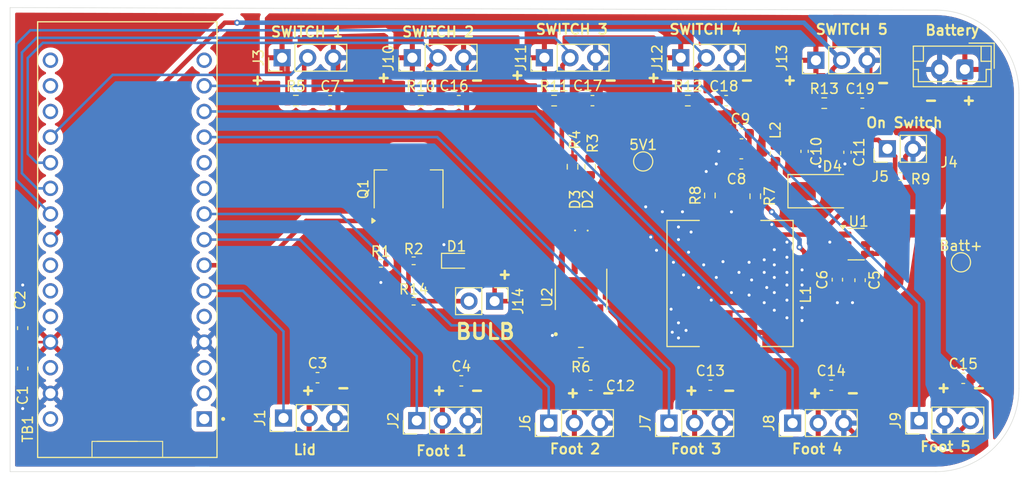
<source format=kicad_pcb>
(kicad_pcb (version 20240108) (generator "pcbnew") (generator_version "8.0")
  (layers (0 "F.Cu" signal) (31 "B.Cu" signal) (34 "B.Paste" user) (35 "F.Paste" user) (36 "B.SilkS" user "B.Silkscreen") (37 "F.SilkS" user "F.Silkscreen") (38 "B.Mask" user) (39 "F.Mask" user) (44 "Edge.Cuts" user))
  (net 0 "")
  (net 1 "+5V")
  (net 2 "/Batt+")
  (net 3 "GND")
  (net 4 "Toggle Switch 1")
  (net 5 "Net-(D4-K)")
  (net 6 "Net-(J5-Pin_1)")
  (net 7 "Toggle Switch 2")
  (net 8 "Toggle Switch 3")
  (net 9 "Toggle Switch 4")
  (net 10 "Toggle Switch 5")
  (net 11 "Net-(D1-K)")
  (net 12 "Net-(D2-K)")
  (net 13 "Net-(D2-A)")
  (net 14 "Net-(D3-A)")
  (net 15 "Net-(D3-K)")
  (net 16 "Net-(D4-A)")
  (net 17 "PWM Lid")
  (net 18 "PWM Foot 1")
  (net 19 "PWM Foot 2")
  (net 20 "PWM Foot 3")
  (net 21 "PWM Foot 4")
  (net 22 "PWM Foot 5")
  (net 23 "Net-(J14-Pin_2)")
  (net 24 "Net-(Q1-C)")
  (net 25 "Status LED")
  (net 26 "Net-(U2-PROG)")
  (net 27 "Net-(U1-FB)")
  (footprint "Connector_PinHeader_2.54mm:PinHeader_1x03_P2.54mm_Vertical" (layer "F.Cu") (at 152.21 55.725 90)
    (property "Reference" "J11")
    (property "Value" "S3")
  )
  (footprint "Resistor_SMD:R_0603_1608Metric" (layer "F.Cu") (at 168.6125 69.375 90)
    (property "Reference" "R8")
    (property "Value" "1K")
  )
  (footprint "Capacitor_SMD:C_0603_1608Metric" (layer "F.Cu") (at 100.5 86.525 -90)
    (property "Reference" "C1")
    (property "Value" "10U")
  )
  (footprint "Connector_PinHeader_2.54mm:PinHeader_1x03_P2.54mm_Vertical" (layer "F.Cu") (at 164.560702 91.935837 90)
    (property "Reference" "J7")
    (property "Value" "Foot 3")
  )
  (footprint "Connector_PinHeader_2.54mm:PinHeader_1x03_P2.54mm_Vertical" (layer "F.Cu") (at 139.560702 91.685837 90)
    (property "Reference" "J2")
    (property "Value" "Foot 1")
  )
  (footprint "Connector_PinHeader_2.54mm:PinHeader_1x03_P2.54mm_Vertical" (layer "F.Cu") (at 139.12 55.725 90)
    (property "Reference" "J10")
    (property "Value" "S2")
  )
  (footprint "Capacitor_SMD:C_0603_1608Metric" (layer "F.Cu") (at 156.975 59.975)
    (property "Reference" "C17")
    (property "Value" "1n")
  )
  (footprint "Connector_PinHeader_2.54mm:PinHeader_1x02_P2.54mm_Vertical" (layer "F.Cu") (at 186.21 64.75 90)
    (property "Reference" "J5")
    (property "Value" "5V Switch")
  )
  (footprint "Resistor_SMD:R_0603_1608Metric" (layer "F.Cu") (at 156.75 66.53 -90)
    (property "Reference" "R3")
    (property "Value" "4.7K")
  )
  (footprint "Connector_JST:JST_EH_B2B-EH-A_1x02_P2.50mm_Vertical" (layer "F.Cu") (at 193.887123 56.883099 180)
    (property "Reference" "J4")
    (property "Value" "Battery")
  )
  (footprint "Capacitor_SMD:C_0603_1608Metric" (layer "F.Cu") (at 129.725 87.435837)
    (property "Reference" "C3")
    (property "Value" "10u")
  )
  (footprint "Resistor_SMD:R_0603_1608Metric" (layer "F.Cu") (at 127.575 59.975)
    (property "Reference" "R5")
    (property "Value" "10K")
  )
  (footprint "Capacitor_SMD:C_0603_1608Metric" (layer "F.Cu") (at 181.25 77.725 -90)
    (property "Reference" "C6")
    (property "Value" "22U")
  )
  (footprint "Connector_PinHeader_2.54mm:PinHeader_1x03_P2.54mm_Vertical" (layer "F.Cu") (at 176.810702 91.935837 90)
    (property "Reference" "J8")
    (property "Value" "Foot 4")
  )
  (footprint "Resistor_SMD:R_0603_1608Metric" (layer "F.Cu") (at 155.825 84.955 180)
    (property "Reference" "R6")
    (property "Value" "1.2K")
  )
  (footprint "Resistor_SMD:R_0603_1608Metric" (layer "F.Cu") (at 155 66.53 -90)
    (property "Reference" "R4")
    (property "Value" "4.7K")
  )
  (footprint "Resistor_SMD:R_0603_1608Metric" (layer "F.Cu") (at 166.425 59.975)
    (property "Reference" "R12")
    (property "Value" "10K")
  )
  (footprint "Arduino Nano:MODULE_ABX00028" (layer "F.Cu") (at 110.87 73.75 90)
    (property "Reference" "TB1")
    (property "Value" "ARDUINO_NANO")
  )
  (footprint "LED_SMD:LED_0402_1005Metric" (layer "F.Cu") (at 156.5 71.765 90)
    (property "Reference" "D2")
    (property "Value" "RED")
  )
  (footprint "Resistor_SMD:R_0603_1608Metric" (layer "F.Cu") (at 139.95 59.975)
    (property "Reference" "R10")
    (property "Value" "10K")
  )
  (footprint "Capacitor_SMD:C_0603_1608Metric" (layer "F.Cu") (at 171.75 63.25 180)
    (property "Reference" "C9")
    (property "Value" "10n")
  )
  (footprint "Connector_PinHeader_2.54mm:PinHeader_1x03_P2.54mm_Vertical" (layer "F.Cu") (at 189.350702 91.685837 90)
    (property "Reference" "J9")
    (property "Value" "Foot 5")
  )
  (footprint "Capacitor_SMD:C_0603_1608Metric" (layer "F.Cu") (at 183.5 77.775 -90)
    (property "Reference" "C5")
    (property "Value" "100n")
  )
  (footprint "Resistor_SMD:R_0402_1005Metric" (layer "F.Cu") (at 135.99 76.1)
    (property "Reference" "R1")
    (property "Value" "10K")
  )
  (footprint "Power Inductor:INDP125125X600N" (layer "F.Cu") (at 170.6125 78.1 -90)
    (property "Reference" "L1")
    (property "Value" "SRR1260-220M")
  )
  (footprint "Capacitor_SMD:C_0603_1608Metric" (layer "F.Cu") (at 100.5 82.525 90)
    (property "Reference" "C2")
    (property "Value" "1U")
  )
  (footprint "TestPoint:TestPoint_Pad_D1.5mm" (layer "F.Cu") (at 162 66)
    (property "Reference" "5V1")
    (property "Value" "TP")
  )
  (footprint "Capacitor_SMD:C_0603_1608Metric" (layer "F.Cu") (at 170.225 59.975)
    (property "Reference" "C18")
    (property "Value" "1n")
  )
  (footprint "Connector_PinHeader_2.54mm:PinHeader_1x03_P2.54mm_Vertical" (layer "F.Cu") (at 152.640702 91.935837 90)
    (property "Reference" "J6")
    (property "Value" "Foot 2")
  )
  (footprint "Package_TO_SOT_SMD:SOT-223-3_TabPin2" (layer "F.Cu") (at 138.75 68.75 90)
    (property "Reference" "Q1")
    (property "Value" "PZT2222A")
  )
  (footprint "Connector_PinHeader_2.54mm:PinHeader_1x03_P2.54mm_Vertical" (layer "F.Cu") (at 126.21 55.725 90)
    (property "Reference" "J3")
    (property "Value" "S1")
  )
  (footprint "LED_SMD:LED_0603_1608Metric" (layer "F.Cu") (at 143.5 75.85)
    (property "Reference" "D1")
    (property "Value" "LED")
  )
  (footprint "Connector_PinHeader_2.54mm:PinHeader_1x03_P2.54mm_Vertical" (layer "F.Cu") (at 179.12 55.975 90)
    (property "Reference" "J13")
    (property "Value" "S5")
  )
  (footprint "Capacitor_SMD:C_0402_1005Metric" (layer "F.Cu") (at 178 65 -90)
    (property "Reference" "C10")
    (property "Value" "10n")
  )
  (footprint "Capacitor_SMD:C_0603_1608Metric" (layer "F.Cu") (at 193.725 87.5)
    (property "Reference" "C15")
    (property "Value" "10u")
  )
  (footprint "Capacitor_SMD:C_0603_1608Metric" (layer "F.Cu") (at 171.725 66.25 180)
    (property "Reference" "C8")
    (property "Value" "22U")
  )
  (footprint "Diode_SMD:D_SMA" (layer "F.Cu") (at 179.8625 68.95)
    (property "Reference" "D4")
    (property "Value" "SS35")
  )
  (footprint "Resistor_SMD:R_0603_1608Metric" (layer "F.Cu") (at 173.1125 69.45 -90)
    (property "Reference" "R7")
    (property "Value" "7.8K")
  )
  (footprint "Inductor_SMD:L_0603_1608Metric" (layer "F.Cu") (at 175.1125 65.2 90)
    (property "Reference" "L2")
    (property "Value" "L_Ferrite_Small")
  )
  (footprint "Capacitor_SMD:C_0603_1608Metric" (layer "F.Cu") (at 183.725 60.225)
    (property "Reference" "C19")
    (property "Value" "1n")
  )
  (footprint "Capacitor_SMD:C_0603_1608Metric" (layer "F.Cu") (at 143.725 59.975)
    (property "Reference" "C16")
    (property "Value" "1n")
  )
  (footprint "LED_SMD:LED_0402_1005Metric" (layer "F.Cu") (at 155.25 71.75 90)
    (property "Reference" "D3")
    (property "Value" "BLUE")
  )
  (footprint "Resistor_SMD:R_0603_1608Metric" (layer "F.Cu") (at 179.95 60.225)
    (property "Reference" "R13")
    (property "Value" "10K")
  )
  (footprint "Resistor_SMD:R_0402_1005Metric" (layer "F.Cu") (at 139.25 79.85)
    (property "Reference" "R14")
    (property "Value" "330")
  )
  (footprint "Resistor_SMD:R_0402_1005Metric" (layer "F.Cu") (at 187.485 67.5)
    (property "Reference" "R9")
    (property "Value" "0")
  )
  (footprint "Connector_PinHeader_2.54mm:PinHeader_1x02_P2.54mm_Vertical" (layer "F.Cu") (at 147.275 79.85 -90)
    (property "Reference" "J14")
    (property "Value" "5V Switch")
  )
  (footprint "Resistor_SMD:R_0603_1608Metric" (layer "F.Cu") (at 153.175 59.975)
    (property "Reference" "R11")
    (property "Value" "10K")
  )
  (footprint "Capacitor_SMD:C_0603_1608Metric" (layer "F.Cu") (at 130.975 59.975)
    (property "Reference" "C7")
    (property "Value" "1n")
  )
  (footprint "Capacitor_SMD:C_0603_1608Metric" (layer "F.Cu") (at 180.640702 88.185837)
    (property "Reference" "C14")
    (property "Value" "10u")
  )
  (footprint "Capacitor_SMD:C_0603_1608Metric" (layer "F.Cu") (at 168.655 88.185837)
    (property "Reference" "C13")
    (property "Value" "10u")
  )
  (footprint "Capacitor_SMD:C_0402_1005Metric" (layer "F.Cu") (at 182.25 65.095 -90)
    (property "Reference" "C11")
    (property "Value" "100n")
  )
  (footprint "Package_TO_SOT_SMD:SOT-23-6" (layer "F.Cu") (at 183.1125 74.2)
    (property "Reference" "U1")
    (property "Value" "MT3608")
  )
  (footprint "Connector_PinHeader_2.54mm:PinHeader_1x03_P2.54mm_Vertical" (layer "F.Cu") (at 126.350702 91.435837 90)
    (property "Reference" "J1")
    (property "Value" "Lid")
  )
  (footprint "Capacitor_SMD:C_0603_1608Metric" (layer "F.Cu") (at 143.975 87.75)
    (property "Reference" "C4")
    (property "Value" "10u")
  )
  (footprint "TP4056:SOP127P600X175-9N" (layer "F.Cu") (at 155.845 78.68 90)
    (property "Reference" "U2")
    (property "Value" "TP4056")
  )
  (footprint "Resistor_SMD:R_0402_1005Metric" (layer "F.Cu") (at 139.25 75.85)
    (property "Reference" "R2")
    (property "Value" "4.7K")
  )
  (footprint "Connector_PinHeader_2.54mm:PinHeader_1x03_P2.54mm_Vertical" (layer "F.Cu") (at 165.725 55.725 90)
    (property "Reference" "J12")
    (property "Value" "S4")
  )
  (footprint "TestPoint:TestPoint_Pad_D1.5mm" (layer "F.Cu") (at 193.5 76)
    (property "Reference" "Batt+")
    (property "Value" "Batt+")
  )
  (footprint "Capacitor_SMD:C_0603_1608Metric" (layer "F.Cu") (at 156.795702 88.185837)
    (property "Reference" "C12")
    (property "Value" "10u")
  )
  (gr_line (start 99.25 50.75) (end 191 51) (stroke (width 0.05)) (layer "Edge.Cuts"))
  (gr_line (start 99.25 96.75) (end 99.25 50.75) (stroke (width 0.05)) (layer "Edge.Cuts"))
  (gr_arc (start 191 51) (mid 196.833631 53.416369) (end 199.25 59.25) (stroke (width 0.05)) (layer "Edge.Cuts"))
  (gr_arc (start 199.25 88.5) (mid 196.833631 94.333631) (end 191 96.75) (stroke (width 0.05)) (layer "Edge.Cuts"))
  (gr_line (start 99.25 96.75) (end 191 96.75) (stroke (width 0.05)) (layer "Edge.Cuts"))
  (gr_line (start 199.25 59.25) (end 199.25 88.5) (stroke (width 0.05)) (layer "Edge.Cuts"))
  (gr_text "-" (at 144.75 58.5 0) (layer "F.SilkS") (effects (font (size 1 1) (thickness 0.25) (bold yes)) (justify left bottom)))
  (gr_text "-" (at 157.75 89.5 0) (layer "F.SilkS") (effects (font (size 1 1) (thickness 0.25) (bold yes)) (justify left bottom)))
  (gr_text "-" (at 132 58.5 0) (layer "F.SilkS") (effects (font (size 1 1) (thickness 0.25) (bold yes)) (justify left bottom)))
  (gr_text "-" (at 189.75 60.5 0) (layer "F.SilkS") (effects (font (size 1 1) (thickness 0.25) (bold yes)) (justify left bottom)))
  (gr_text "SWITCH 5" (at 179 53.5 0) (layer "F.SilkS") (effects (font (size 1 1) (thickness 0.2) (bold yes)) (justify left bottom)))
  (gr_text "+" (at 166 89.25 0) (layer "F.SilkS") (effects (font (size 1 1) (thickness 0.25) (bold yes)) (justify left bottom)))
  (gr_text "-" (at 158 58.5 0) (layer "F.SilkS") (effects (font (size 1 1) (thickness 0.25) (bold yes)) (justify left bottom)))
  (gr_text "+" (at 193.5 60.5 0) (layer "F.SilkS") (effects (font (size 1 1) (thickness 0.25) (bold yes)) (justify left bottom)))
  (gr_text "BULB" (at 143.25 83.75 0) (layer "F.SilkS") (effects (font (size 1.5 1.5) (thickness 0.3) (bold yes)) (justify left bottom)))
  (gr_text "-" (at 194.5 89 0) (layer "F.SilkS") (effects (font (size 1 1) (thickness 0.25) (bold yes)) (justify left bottom)))
  (gr_text "On Switch" (at 184 62.75 0) (layer "F.SilkS") (effects (font (size 1 1) (thickness 0.2) (bold yes)) (justify left bottom)))
  (gr_text "-" (at 131.5 89 0) (layer "F.SilkS") (effects (font (size 1 1) (thickness 0.25) (bold yes)) (justify left bottom)))
  (gr_text "+" (at 162.25 58.25 0) (layer "F.SilkS") (effects (font (size 1 1) (thickness 0.25) (bold yes)) (justify left bottom)))
  (gr_text "+" (at 128 89.25 0) (layer "F.SilkS") (effects (font (size 1 1) (thickness 0.25) (bold yes)) (justify left bottom)))
  (gr_text "SWITCH 2" (at 138 53.75 0) (layer "F.SilkS") (effects (font (size 1 1) (thickness 0.2) (bold yes)) (justify left bottom)))
  (gr_text "SWITCH 1" (at 125 53.75 0) (layer "F.SilkS") (effects (font (size 1 1) (thickness 0.2) (bold yes)) (justify left bottom)))
  (gr_text "SWITCH 3" (at 151.25 53.5 0) (layer "F.SilkS") (effects (font (size 1 1) (thickness 0.2) (bold yes)) (justify left bottom)))
  (gr_text "+" (at 191 89 0) (layer "F.SilkS") (effects (font (size 1 1) (thickness 0.25) (bold yes)) (justify left bottom)))
  (gr_text "+" (at 123 58.5 0) (layer "F.SilkS") (effects (font (size 1 1) (thickness 0.25) (bold yes)) (justify left bottom)))
  (gr_text "-" (at 171.5 58.5 0) (layer "F.SilkS") (effects (font (size 1 1) (thickness 0.25) (bold yes)) (justify left bottom)))
  (gr_text "+" (at 154.25 89.5 0) (layer "F.SilkS") (effects (font (size 1 1) (thickness 0.25) (bold yes)) (justify left bottom)))
  (gr_text "+" (at 147.5 77.75 0) (layer "F.SilkS") (effects (font (size 1 1) (thickness 0.25) (bold yes)) (justify left bottom)))
  (gr_text "+" (at 178.25 89.5 0) (layer "F.SilkS") (effects (font (size 1 1) (thickness 0.25) (bold yes)) (justify left bottom)))
  (gr_text "+" (at 148.75 58 0) (layer "F.SilkS") (effects (font (size 1 1) (thickness 0.25) (bold yes)) (justify left bottom)))
  (gr_text "-" (at 144.75 89.25 0) (layer "F.SilkS") (effects (font (size 1 1) (thickness 0.25) (bold yes)) (justify left bottom)))
  (gr_text "-" (at 169.75 89.25 0) (layer "F.SilkS") (effects (font (size 1 1) (thickness 0.25) (bold yes)) (justify left bottom)))
  (gr_text "-" (at 185 58.75 0) (layer "F.SilkS") (effects (font (size 1 1) (thickness 0.25) (bold yes)) (justify left bottom)))
  (gr_text "SWITCH 4\n" (at 164.5 53.5 0) (layer "F.SilkS") (effects (font (size 1 1) (thickness 0.2) (bold yes)) (justify left bottom)))
  (gr_text "+" (at 141 89.25 0) (layer "F.SilkS") (effects (font (size 1 1) (thickness 0.25) (bold yes)) (justify left bottom)))
  (gr_text "-" (at 182 89.5 0) (layer "F.SilkS") (effects (font (size 1 1) (thickness 0.25) (bold yes)) (justify left bottom)))
  (gr_text "+" (at 175.75 58.5 0) (layer "F.SilkS") (effects (font (size 1 1) (thickness 0.25) (bold yes)) (justify left bottom)))
  (gr_text "+" (at 135.5 58.25 0) (layer "F.SilkS") (effects (font (size 1 1) (thickness 0.25) (bold yes)) (justify left bottom)))
  (segment (start 129.225702 91.100837) (end 128.890702 91.435837) (width 0.25) (layer "F.Cu") (net 1))
  (segment (start 126.75 59.975) (end 126.75 56.265) (width 0.45) (layer "F.Cu") (net 1))
  (segment (start 150.8225 79.3225) (end 153.94 76.205) (width 0.45) (layer "F.Cu") (net 1))
  (segment (start 156.75 65.705) (end 156.75 64.5) (width 0.25) (layer "F.Cu") (net 1))
  (segment (start 155 65.705) (end 155 63.25) (width 0.25) (layer "F.Cu") (net 1))
  (segment (start 167.100702 91.935837) (end 167.100702 88.965135) (width 0.25) (layer "F.Cu") (net 1))
  (segment (start 179.350702 91.935837) (end 179.350702 88.700837) (width 0.25) (layer "F.Cu") (net 1))
  (segment (start 100.5 85.75) (end 100.5 85) (width 0.25) (layer "F.Cu") (net 1))
  (segment (start 101.5 84) (end 101.59 83.91) (width 0.25) (layer "F.Cu") (net 1))
  (segment (start 191.890702 88.559298) (end 192.95 87.5) (width 0.25) (layer "F.Cu") (net 1))
  (segment (start 156 63.75) (end 159.75 63.75) (width 0.45) (layer "F.Cu") (net 1))
  (segment (start 139.125 55.73) (end 139.12 55.725) (width 0.45) (layer "F.Cu") (net 1))
  (segment (start 147.275 79.85) (end 150.295 79.85) (width 0.45) (layer "F.Cu") (net 1))
  (segment (start 150.8225 83.5725) (end 154 86.75) (width 0.45) (layer "F.Cu") (net 1))
  (segment (start 139.125 59.975) (end 139.125 55.73) (width 0.45) (layer "F.Cu") (net 1))
  (segment (start 179.12 60.22) (end 179.125 60.225) (width 0.45) (layer "F.Cu") (net 1))
  (segment (start 150.295 79.85) (end 150.8225 79.3225) (width 0.45) (layer "F.Cu") (net 1))
  (segment (start 158.75 82.155) (end 157.75 81.155) (width 0.45) (layer "F.Cu") (net 1))
  (segment (start 155 63.25) (end 155.25 63) (width 0.25) (layer "F.Cu") (net 1))
  (segment (start 142.100702 88.849298) (end 143.2 87.75) (width 0.25) (layer "F.Cu") (net 1))
  (segment (start 165.6 59.975) (end 165.6 55.85) (width 0.45) (layer "F.Cu") (net 1))
  (segment (start 155.221176 91.935837) (end 155.180702 91.935837) (width 0.45) (layer "F.Cu") (net 1))
  (segment (start 187.995 65.505) (end 187.995 67.5) (width 0.45) (layer "F.Cu") (net 1))
  (segment (start 101.59 83.91) (end 103.25 83.91) (width 0.25) (layer "F.Cu") (net 1))
  (segment (start 155.25 63) (end 156 63.75) (width 0.45) (layer "F.Cu") (net 1))
  (segment (start 155.180702 91.935837) (end 155.180702 89.025837) (width 0.25) (layer "F.Cu") (net 1))
  (segment (start 191.890702 91.685837) (end 191.890702 88.559298) (width 0.25) (layer "F.Cu") (net 1))
  (segment (start 152.6 60.35) (end 155.25 63) (width 0.45) (layer "F.Cu") (net 1))
  (segment (start 145.85 75.85) (end 147.275 77.275) (width 0.45) (layer "F.Cu") (net 1))
  (segment (start 101.2 84) (end 101.5 84) (width 0.25) (layer "F.Cu") (net 1))
  (segment (start 155.180702 89.025837) (end 156.020702 88.185837) (width 0.25) (layer "F.Cu") (net 1))
  (segment (start 159.75 63.75) (end 162 66) (width 0.45) (layer "F.Cu") (net 1))
  (segment (start 153.94 76.205) (end 153.94 61.69) (width 0.45) (layer "F.Cu") (net 1))
  (segment (start 156.75 64.5) (end 155.25 63) (width 0.25) (layer "F.Cu") (net 1))
  (segment (start 154 86.75) (end 157.75 86.75) (width 0.45) (layer "F.Cu") (net 1))
  (segment (start 100.5 83.3) (end 101.2 84) (width 0.25) (layer "F.Cu") (net 1))
  (segment (start 150.8225 79.3225) (end 150.8225 83.5725) (width 0.45) (layer "F.Cu") (net 1))
  (segment (start 144.2875 75.85) (end 145.85 75.85) (width 0.45) (layer "F.Cu") (net 1))
  (segment (start 179.12 55.975) (end 179.12 60.22) (width 0.45) (layer "F.Cu") (net 1))
  (segment (start 147.275 77.275) (end 147.275 79.85) (width 0.45) (layer "F.Cu") (net 1))
  (segment (start 128.890702 87.495135) (end 128.95 87.435837) (width 0.25) (layer "F.Cu") (net 1))
  (segment (start 128.890702 91.435837) (end 128.890702 87.495135) (width 0.25) (layer "F.Cu") (net 1))
  (segment (start 165.6 55.85) (end 165.725 55.725) (width 0.45) (layer "F.Cu") (net 1))
  (segment (start 100.5 85) (end 101.5 84) (width 0.25) (layer "F.Cu") (net 1))
  (segment (start 142.100702 91.685837) (end 142.100702 88.849298) (width 0.25) (layer "F.Cu") (net 1))
  (segment (start 152.21 55.725) (end 152.21 59.835) (width 0.45) (layer "F.Cu") (net 1))
  (segment (start 157.75 86.75) (end 158.75 85.75) (width 0.45) (layer "F.Cu") (net 1))
  (segment (start 179.350702 88.700837) (end 179.865702 88.185837) (width 0.25) (layer "F.Cu") (net 1))
  (segment (start 152.21 59.835) (end 152.35 59.975) (width 0.45) (layer "F.Cu") (net 1))
  (segment (start 153.94 61.69) (end 152.6 60.35) (width 0.45) (layer "F.Cu") (net 1))
  (segment (start 167.100702 88.965135) (end 167.88 88.185837) (width 0.25) (layer "F.Cu") (net 1))
  (segment (start 188.75 64.75) (end 187.995 65.505) (width 0.45) (layer "F.Cu") (net 1))
  (segment (start 158.75 85.75) (end 158.75 82.155) (width 0.45) (layer "F.Cu") (net 1))
  (segment (start 126.75 56.265) (end 126.21 55.725) (width 0.45) (layer "F.Cu") (net 1))
  (segment (start 193.887123 70.862877) (end 192.5 72.25) (width 0.45) (layer "F.Cu") (net 2))
  (segment (start 181.25 76.95) (end 183.45 76.95) (width 0.45) (layer "F.Cu") (net 2))
  (segment (start 193.887123 56.883099) (end 193.887123 70.862877) (width 0.45) (layer "F.Cu") (net 2))
  (segment (start 157.75 74.5) (end 158 74.25) (width 0.75) (layer "F.Cu") (net 2))
  (segment (start 192.5 72.25) (end 188.15 72.25) (width 0.45) (layer "F.Cu") (net 2))
  (segment (start 169.45 82.95) (end 170.6125 82.95) (width 0.45) (layer "F.Cu") (net 2))
  (segment (start 185.25 75.15) (end 186.75 73.65) (width 0.45) (layer "F.Cu") (net 2))
  (segment (start 188.15 72.25) (end 185.25 75.15) (width 0.45) (layer "F.Cu") (net 2))
  (segment (start 160.75 74.25) (end 169.45 82.95) (width 0.75) (layer "F.Cu") (net 2))
  (segment (start 158 74.25) (end 160.75 74.25) (width 0.75) (layer "F.Cu") (net 2))
  (segment (start 184.25 75.15) (end 185.25 75.15) (width 0.45) (layer "F.Cu") (net 2))
  (segment (start 183.45 76.95) (end 183.5 77) (width 0.45) (layer "F.Cu") (net 2))
  (segment (start 186.75 73.65) (end 186.75 77.75) (width 0.45) (layer "F.Cu") (net 2))
  (segment (start 181.25 76.93) (end 181.445 76.735) (width 0.25) (layer "F.Cu") (net 2))
  (segment (start 193.5 76) (end 192.5 75) (width 0.45) (layer "F.Cu") (net 2))
  (segment (start 157.75 76.205) (end 157.75 74.5) (width 0.75) (layer "F.Cu") (net 2))
  (segment (start 183.5 77) (end 183.5 75.9) (width 0.45) (layer "F.Cu") (net 2))
  (segment (start 184.25 74.2) (end 184.25 75.15) (width 0.45) (layer "F.Cu") (net 2))
  (segment (start 192.5 75) (end 192.5 72.25) (width 0.45) (layer "F.Cu") (net 2))
  (segment (start 186.75 77.75) (end 181.55 82.95) (width 0.45) (layer "F.Cu") (net 2))
  (segment (start 184.25 75.15) (end 183.5 75.9) (width 0.45) (layer "F.Cu") (net 2))
  (segment (start 181.55 82.95) (end 170.6125 82.95) (width 0.45) (layer "F.Cu") (net 2))
  (segment (start 157.29 55.725) (end 157.29 59.515) (width 0.45) (layer "F.Cu") (net 3))
  (segment (start 181.25 80) (end 181.25 78.275) (width 0.45) (layer "F.Cu") (net 3))
  (segment (start 180.7 74.2) (end 180.5 74) (width 0.45) (layer "F.Cu") (net 3))
  (segment (start 183.954865 94) (end 181.890702 91.935837) (width 0.45) (layer "F.Cu") (net 3))
  (segment (start 157.29 59.515) (end 157.75 59.975) (width 0.45) (layer "F.Cu") (net 3))
  (segment (start 158.006539 87.75) (end 157.570702 88.185837) (width 0.25) (layer "F.Cu") (net 3))
  (segment (start 182.25 66) (end 182 66.25) (width 0.25) (layer "F.Cu") (net 3))
  (segment (start 144.5 56.025) (end 144.2 55.725) (width 0.45) (layer "F.Cu") (net 3))
  (segment (start 170.805 55.725) (end 170.805 59.78) (width 0.45) (layer "F.Cu") (net 3))
  (segment (start 184.5 60.225) (end 184.5 56.275) (width 0.45) (layer "F.Cu") (net 3))
  (segment (start 100.5 81.5) (end 100.75 81.75) (width 0.25) (layer "F.Cu") (net 3))
  (segment (start 170.805 59.78) (end 171 59.975) (width 0.45) (layer "F.Cu") (net 3))
  (segment (start 100.5 81.75) (end 100.5 78.25) (width 0.25) (layer "F.Cu") (net 3))
  (segment (start 131.75 59.975) (end 131.75 56.185) (width 0.45) (layer "F.Cu") (net 3))
  (segment (start 194.430702 91.685837) (end 192.116539 94) (width 0.45) (layer "F.Cu") (net 3))
  (segment (start 168.6125 67.3625) (end 168.6125 68.55) (width 0.45) (layer "F.Cu") (net 3))
  (segment (start 131.75 56.185) (end 131.29 55.725) (width 0.45) (layer "F.Cu") (net 3))
  (segment (start 156.65 84.955) (end 156.65 81.325) (width 0.25) (layer "F.Cu") (net 3))
  (segment (start 178.5 66.5) (end 178 66) (width 0.25) (layer "F.Cu") (net 3))
  (segment (start 170.95 66.25) (end 169.25 66.25) (width 0.45) (layer "F.Cu") (net 3))
  (segment (start 136 78) (end 135.48 77.48) (width 0.25) (layer "F.Cu") (net 3))
  (segment (start 135.48 77.48) (end 135.48 76.1) (width 0.25) (layer "F.Cu") (net 3))
  (segment (start 156.65 81.325) (end 156.48 81.155) (width 0.25) (layer "F.Cu") (net 3))
  (segment (start 159.75 87.75) (end 158.006539 87.75) (width 0.25) (layer "F.Cu") (net 3))
  (segment (start 181.975 74.2) (end 180.7 74.2) (width 0.45) (layer "F.Cu") (net 3))
  (segment (start 144.5 59.975) (end 144.5 56.025) (width 0.45) (layer "F.Cu") (net 3))
  (segment (start 178 66) (end 178 65.48) (width 0.25) (layer "F.Cu") (net 3))
  (segment (start 153.94 81.155) (end 153.94 82.31) (width 0.45) (layer "F.Cu") (net 3))
  (segment (start 141.05 71.9) (end 141.05 73.05) (width 0.45) (layer "F.Cu") (net 3))
  (segment (start 153.94 82.31) (end 153 83.25) (width 0.45) (layer "F.Cu") (net 3))
  (segment (start 141.05 73.05) (end 142.25 74.25) (width 0.45) (layer "F.Cu") (net 3))
  (segment (start 184.5 56.275) (end 184.2 55.975) (width 0.45) (layer "F.Cu") (net 3))
  (segment (start 182.75 79.3) (end 183.5 78.55) (width 0.45) (layer "F.Cu") (net 3))
  (segment (start 182.25 65.415) (end 182.25 66) (width 0.25) (layer "F.Cu") (net 3))
  (segment (start 168.25 67) (end 168.6125 67.3625) (width 0.45) (layer "F.Cu") (net 3))
  (segment (start 192.116539 94) (end 183.954865 94) (width 0.45) (layer "F.Cu") (net 3))
  (segment (start 170.975 63.525) (end 169.5 65) (width 0.45) (layer "F.Cu") (net 3))
  (segment (start 100.5 90.5) (end 100.5 87.3) (width 0.25) (layer "F.Cu") (net 3))
  (segment (start 183.5 78.25) (end 183.5 78.75) (width 0.25) (layer "F.Cu") (net 3))
  (segment (start 179.5 66.5) (end 178.5 66.5) (width 0.25) (layer "F.Cu") (net 3))
  (segment (start 170.975 63.25) (end 170.975 63.525) (width 0.45) (layer "F.Cu") (net 3))
  (segment (start 182.75 80) (end 182.75 79.3) (width 0.45) (layer "F.Cu") (net 3))
  (via (at 171.5 77) (size 0.6) (drill 0.3) (layers "F.Cu" "B.Cu") (net 3))
  (via (at 164.76822 80.646279) (size 0.6) (drill 0.3) (layers "F.Cu" "B.Cu") (net 3))
  (via (at 174 77) (size 0.6) (drill 0.3) (layers "F.Cu" "B.Cu") (net 3))
  (via (at 169.25 66.25) (size 0.6) (drill 0.3) (layers "F.Cu" "B.Cu") (net 3))
  (via (at 165.5 82) (size 0.6) (drill 0.3) (layers "F.Cu" "B.Cu") (net 3))
  (via (at 182.75 80) (size 0.6) (drill 0.3) (layers "F.Cu" "B.Cu") (net 3))
  (via (at 176.25 74) (size 0.6) (drill 0.3) (layers "F.Cu" "B.Cu") (net 3))
  (via (at 176.25 75.5) (size 0.6) (drill 0.3) (layers "F.Cu" "B.Cu") (net 3))
  (via (at 169.5 65) (size 0.6) (drill 0.3) (layers "F.Cu" "B.Cu") (net 3))
  (via (at 182 66.25) (size 0.6) (drill 0.3) (layers "F.Cu" "B.Cu") (net 3))
  (via (at 175 80.75) (size 0.6) (drill 0.3) (layers "F.Cu" "B.Cu") (net 3))
  (via (at 100.5 78.25) (size 0.6) (drill 0.3) (layers "F.Cu" "B.Cu") (net 3))
  (via (at 167.5 78.5) (size 0.6) (drill 0.3) (layers "F.Cu" "B.Cu") (net 3))
  (via (at 153 83.25) (size 0.6) (drill 0.3) (layers "F.Cu" "B.Cu") (net 3))
  (via (at 177.745816 81.773509) (size 0.6) (drill 0.3) (layers "F.Cu" "B.Cu") (net 3))
  (via (at 172.75 77.75) (size 0.6) (drill 0.3) (layers "F.Cu" "B.Cu") (net 3))
  (via (at 177.75 78.25) (size 0.6) (drill 0.3) (layers "F.Cu" "B.Cu") (net 3))
  (via (at 176.25 78.25) (size 0.6) (drill 0.3) (layers "F.Cu" "B.Cu") (net 3))
  (via (at 175 77.5) (size 0.6) (drill 0.3) (layers "F.Cu" "B.Cu") (net 3))
  (via (at 165.5 73.75) (size 0.6) (drill 0.3) (layers "F.Cu" "B.Cu") (net 3))
  (via (at 179.5 66.5) (size 0.6) (drill 0.3) (layers "F.Cu" "B.Cu") (net 3))
  (via (at 175 74.75) (size 0.6) (drill 0.3) (layers "F.Cu" "B.Cu") (net 3))
  (via (at 166.5 75) (size 0.6) (drill 0.3) (layers "F.Cu" "B.Cu") (net 3))
  (via (at 166 77.25) (size 0.6) (drill 0.3) (layers "F.Cu" "B.Cu") (net 3))
  (via (at 175 76.25) (size 0.6) (drill 0.3) (layers "F.Cu" "B.Cu") (net 3))
  (via (at 142.25 74.25) (size 0.6) (drill 0.3) (layers "F.Cu" "B.Cu") (net 3))
  (via (at 174 80) (size 0.6) (drill 0.3) (layers "F.Cu" "B.Cu") (net 3))
  (via (at 168.25 67) (size 0.6) (drill 0.3) (layers "F.Cu" "B.Cu") (net 3))
  (via (at 169.913013 75.935036) (size 0.6) (drill 0.3) (layers "F.Cu" "B.Cu") (net 3))
  (via (at 172.5 76) (size 0.6) (drill 0.3) (layers "F.Cu" "B.Cu") (net 3))
  (via (at 162.25 70.5) (size 0.6) (drill 0.3) (layers "F.Cu" "B.Cu") (net 3))
  (via (at 163.90112 70.992566) (size 0.6) (drill 0.3) (layers "F.Cu" "B.Cu") (net 3))
  (via (at 164.883833 82.929643) (size 0.6) (drill 0.3) (layers "F.Cu" "B.Cu") (net 3))
  (via (at 172.5 79.25) (size 0.6) (drill 0.3) (layers "F.Cu" "B.Cu") (net 3))
  (via (at 165.5 83.5) (size 0.6) (drill 0.3) (layers "F.Cu" "B.Cu") (net 3))
  (via (at 180.5 74) (size 0.6) (drill 0.3) (layers "F.Cu" "B.Cu") (net 3))
  (via (at 165 76) (size 0.6) (drill 0.3) (layers "F.Cu" "B.Cu") (net 3))
  (via (at 174.25 78.5) (size 0.6) (drill 0.3) (layers "F.Cu" "B.Cu") (net 3))
  (via (at 176.25 81.5) (size 0.6) (drill 0.3) (layers "F.Cu" "B.Cu") (net 3))
  (via (at 174 75.75) (size 0.6) (drill 0.3) (layers "F.Cu" "B.Cu") (net 3))
  (via (at 165.5 72.5) (size 0.6) (drill 0.3) (layers "F.Cu" "B.Cu") (net 3))
  (via (at 170.75 79) (size 0.6) (drill 0.3) (layers "F.Cu" "B.Cu") (net 3))
  (via (at 166.25 82.75) (size 0.6) (drill 0.3) (layers "F.Cu" "B.Cu") (net 3))
  (via (at 176.25 79.75) (size 0.6) (drill 0.3) (layers "F.Cu" "B.Cu") (net 3))
  (via (at 169.25 77.5) (size 0.6) (drill 0.3) (layers "F.Cu" "B.Cu") (net 3))
  (via (at 166.75 73) (size 0.6) (drill 0.3) (layers "F.Cu" "B.Cu") (net 3))
  (via (at 176.25 77) (size 0.6) (drill 0.3) (layers "F.Cu" "B.Cu") (net 3))
  (via (at 174.75 72.25) (size 0.6) (drill 0.3) (layers "F.Cu" "B.Cu") (net 3))
  (via (at 136 78) (size 0.6) (drill 0.3) (layers "F.Cu" "B.Cu") (net 3))
  (via (at 162.75 73.5) (size 0.6) (drill 0.3) (layers "F.Cu" "B.Cu") (net 3))
  (via (at 177.75 80.5) (size 0.6) (drill 0.3) (layers "F.Cu" "B.Cu") (net 3))
  (via (at 170.75 71) (size 0.6) (drill 0.3) (layers "F.Cu" "B.Cu") (net 3))
  (via (at 175 79) (size 0.6) (drill 0.3) (layers "F.Cu" "B.Cu") (net 3))
  (via (at 168.75 79.75) (size 0.6) (drill 0.3) (layers "F.Cu" "B.Cu") (net 3))
  (via (at 159.75 87.75) (size 0.6) (drill 0.3) (layers "F.Cu" "B.Cu") (net 3))
  (via (at 168 76.25) (size 0.6) (drill 0.3) (layers "F.Cu" "B.Cu") (net 3))
  (via (at 177.75 76.75) (size 0.6) (drill 0.3) (layers "F.Cu" "B.Cu") (net 3))
  (via (at 100.5 90.5) (size 0.6) (drill 0.3) (layers "F.Cu" "B.Cu") (net 3))
  (via (at 163.323053 74.807806) (size 0.6) (drill 0.3) (layers "F.Cu" "B.Cu") (net 3))
  (via (at 165.89545 70.992566) (size 0.6) (drill 0.3) (layers "F.Cu" "B.Cu") (net 3))
  (via (at 181.25 80) (size 0.6) (drill 0.3) (layers "F.Cu" "B.Cu") (net 3))
  (segment (start 128.4 59.975) (end 128.4 56.075) (width 0.45) (layer "F.Cu") (net 4))
  (segment (start 128.4 59.975) (end 130.2 59.975) (width 0.45) (layer "F.Cu") (net 4))
  (segment (start 128.4 56.075) (end 128.75 55.725) (width 0.45) (layer "F.Cu") (net 4))
  (segment (start 109.417 57.423) (end 127.052 57.423) (width 0.25) (layer "B.Cu") (net 4))
  (segment (start 127.052 57.423) (end 128.75 55.725) (width 0.25) (layer "B.Cu") (net 4))
  (segment (start 103.25 63.59) (end 109.417 57.423) (width 0.25) (layer "B.Cu") (net 4))
  (segment (start 175.1125 65.9875) (end 175.1125 67.5625) (width 0.45) (layer "F.Cu") (net 5))
  (segment (start 172.5 66.25) (end 174.85 66.25) (width 0.45) (layer "F.Cu") (net 5))
  (segment (start 175.1125 67.5625) (end 176.5 68.95) (width 0.45) (layer "F.Cu") (net 5))
  (segment (start 177.8625 68.95) (end 176.5 68.95) (width 0.45) (layer "F.Cu") (net 5))
  (segment (start 174.85 66.25) (end 175.1125 65.9875) (width 0.45) (layer "F.Cu") (net 5))
  (segment (start 172.525 63.25) (end 172.525 66.225) (width 0.45) (layer "F.Cu") (net 5))
  (segment (start 173.1125 66.8625) (end 172.5 66.25) (width 0.45) (layer "F.Cu") (net 5))
  (segment (start 172.525 66.225) (end 172.5 66.25) (width 0.45) (layer "F.Cu") (net 5))
  (segment (start 173.1125 68.625) (end 173.1125 66.8625) (width 0.45) (layer "F.Cu") (net 5))
  (segment (start 182.25 64.775) (end 182.25 64.365) (width 0.25) (layer "F.Cu") (net 6))
  (segment (start 186.21 64.75) (end 186.975 65.515) (width 0.45) (layer "F.Cu") (net 6))
  (segment (start 180 63.865) (end 182.75 63.865) (width 0.45) (layer "F.Cu") (net 6))
  (segment (start 185.3025 63.865) (end 186.3625 64.925) (width 0.45) (layer "F.Cu") (net 6))
  (segment (start 182.75 63.865) (end 185.3025 63.865) (width 0.45) (layer "F.Cu") (net 6))
  (segment (start 178.5 63.865) (end 180 63.865) (width 0.45) (layer "F.Cu") (net 6))
  (segment (start 182.25 64.365) (end 182.75 63.865) (width 0.25) (layer "F.Cu") (net 6))
  (segment (start 175.66 63.865) (end 178.5 63.865) (width 0.45) (layer "F.Cu") (net 6))
  (segment (start 178 64.365) (end 178.5 63.865) (width 0.25) (layer "F.Cu") (net 6))
  (segment (start 178 64.68) (end 178 64.365) (width 0.25) (layer "F.Cu") (net 6))
  (segment (start 175.1125 64.4125) (end 175.66 63.865) (width 0.45) (layer "F.Cu") (net 6))
  (segment (start 186.975 65.515) (end 186.975 67.5) (width 0.45) (layer "F.Cu") (net 6))
  (segment (start 140.775 56.61) (end 141.66 55.725) (width 0.45) (layer "F.Cu") (net 7))
  (segment (start 140.775 59.975) (end 140.775 56.61) (width 0.45) (layer "F.Cu") (net 7))
  (segment (start 140.775 59.975) (end 142.95 59.975) (width 0.45) (layer "F.Cu") (net 7))
  (segment (start 140.185 54.25) (end 102.5 54.25) (width 0.25) (layer "B.Cu") (net 7))
  (segment (start 102.5 54.25) (end 101 55.75) (width 0.25) (layer "B.Cu") (net 7))
  (segment (start 141.66 55.725) (end 140.185 54.25) (width 0.25) (layer "B.Cu") (net 7))
  (segment (start 101.88 66.13) (end 103.25 66.13) (width 0.25) (layer "B.Cu") (net 7))
  (segment (start 101 55.75) (end 101 65.25) (width 0.25) (layer "B.Cu") (net 7))
  (segment (start 101 65.25) (end 101.88 66.13) (width 0.25) (layer "B.Cu") (net 7))
  (segment (start 154 59.975) (end 154 56.475) (width 0.45) (layer "F.Cu") (net 8))
  (segment (start 154 59.975) (end 156.2 59.975) (width 0.45) (layer "F.Cu") (net 8))
  (segment (start 154 56.475) (end 154.75 55.725) (width 0.45) (layer "F.Cu") (net 8))
  (segment (start 100.425 67.175) (end 101.92 68.67) (width 0.25) (layer "B.Cu") (net 8))
  (segment (start 153.25 53.75) (end 101.875 53.75) (width 0.25) (layer "B.Cu") (net 8))
  (segment (start 101.875 53.75) (end 100.425 55.2) (width 0.25) (layer "B.Cu") (net 8))
  (segment (start 154.75 55.25) (end 153.25 53.75) (width 0.25) (layer "B.Cu") (net 8))
  (segment (start 154.75 55.725) (end 154.75 55.25) (width 0.25) (layer "B.Cu") (net 8))
  (segment (start 100.425 55.2) (end 100.425 67.175) (width 0.25) (layer "B.Cu") (net 8))
  (segment (start 101.92 68.67) (end 103.25 68.67) (width 0.25) (layer "B.Cu") (net 8))
  (segment (start 167.25 59.975) (end 167.25 56.74) (width 0.45) (layer "F.Cu") (net 9))
  (segment (start 167.25 59.975) (end 169.45 59.975) (width 0.45) (layer "F.Cu") (net 9))
  (segment (start 167.25 56.74) (end 168.265 55.725) (width 0.45) (layer "F.Cu") (net 9))
  (segment (start 101.25 53) (end 165.54 53) (width 0.25) (layer "B.Cu") (net 9))
  (segment (start 165.54 53) (end 168.265 55.725) (width 0.25) (layer "B.Cu") (net 9))
  (segment (start 99.875 67.835) (end 99.875 54.375) (width 0.25) (layer "B.Cu") (net 9))
  (segment (start 99.875 54.375) (end 101.25 53) (width 0.25) (layer "B.Cu") (net 9))
  (segment (start 103.25 71.21) (end 99.875 67.835) (width 0.25) (layer "B.Cu") (net 9))
  (segment (start 108 64.781328) (end 108 69) (width 0.45) (layer "F.Cu") (net 10))
  (segment (start 120.531328 52.25) (end 108 64.781328) (width 0.45) (layer "F.Cu") (net 10))
  (segment (start 180.775 56.86) (end 181.66 55.975) (width 0.45) (layer "F.Cu") (net 10))
  (segment (start 121.75 52.25) (end 120.531328 52.25) (width 0.45) (layer "F.Cu") (net 10))
  (segment (start 180.775 60.225) (end 182.95 60.225) (width 0.45) (layer "F.Cu") (net 10))
  (segment (start 180.775 60.225) (end 180.775 56.86) (width 0.45) (layer "F.Cu") (net 10))
  (segment (start 108 69) (end 103.25 73.75) (width 0.45) (layer "F.Cu") (net 10))
  (via (at 121.75 52.25) (size 0.6) (drill 0.3) (layers "F.Cu" "B.Cu") (net 10))
  (segment (start 177.935 52.25) (end 121.75 52.25) (width 0.45) (layer "B.Cu") (net 10))
  (segment (start 181.66 55.975) (end 177.935 52.25) (width 0.45) (layer "B.Cu") (net 10))
  (segment (start 142.7125 75.85) (end 139.76 75.85) (width 0.45) (layer "F.Cu") (net 11))
  (segment (start 156.5 72.25) (end 156.5 76.185) (width 0.25) (layer "F.Cu") (net 12))
  (segment (start 156.5 76.185) (end 156.48 76.205) (width 0.25) (layer "F.Cu") (net 12))
  (segment (start 156.75 71.03) (end 156.5 71.28) (width 0.25) (layer "F.Cu") (net 13))
  (segment (start 156.75 67.355) (end 156.75 71.03) (width 0.25) (layer "F.Cu") (net 13))
  (segment (start 155 71.015) (end 155.25 71.265) (width 0.25) (layer "F.Cu") (net 14))
  (segment (start 155 67.355) (end 155 71.015) (width 0.25) (layer "F.Cu") (net 14))
  (segment (start 155.21 76.205) (end 155.21 72.275) (width 0.25) (layer "F.Cu") (net 15))
  (segment (start 155.21 72.275) (end 155.25 72.235) (width 0.25) (layer "F.Cu") (net 15))
  (segment (start 170.6125 73.25) (end 179.5 73.25) (width 0.45) (layer "F.Cu") (net 16))
  (segment (start 180.5 73.25) (end 181.975 73.25) (width 0.45) (layer "F.Cu") (net 16))
  (segment (start 181.8625 70.8875) (end 180.875 71.875) (width 0.45) (layer "F.Cu") (net 16))
  (segment (start 180.25 72.5) (end 180.25 73) (width 0.45) (layer "F.Cu") (net 16))
  (segment (start 180.875 71.875) (end 180.25 72.5) (width 0.45) (layer "F.Cu") (net 16))
  (segment (start 179.5 73.25) (end 180.875 71.875) (width 0.45) (layer "F.Cu") (net 16))
  (segment (start 180.25 73) (end 180.5 73.25) (width 0.45) (layer "F.Cu") (net 16))
  (segment (start 181.8625 68.95) (end 181.8625 70.8875) (width 0.45) (layer "F.Cu") (net 16))
  (segment (start 122.33 78.83) (end 118.49 78.83) (width 0.25) (layer "B.Cu") (net 17))
  (segment (start 126.350702 82.850702) (end 122.33 78.83) (width 0.25) (layer "B.Cu") (net 17))
  (segment (start 126.350702 91.435837) (end 126.350702 82.850702) (width 0.25) (layer "B.Cu") (net 17))
  (segment (start 128 73.75) (end 118.49 73.75) (width 0.25) (layer "B.Cu") (net 18))
  (segment (start 139.560702 91.685837) (end 139.560702 85.310702) (width 0.25) (layer "B.Cu") (net 18))
  (segment (start 139.560702 85.310702) (end 128 73.75) (width 0.25) (layer "B.Cu") (net 18))
  (segment (start 152.640702 88.390702) (end 146.5 82.25) (width 0.25) (layer "B.Cu") (net 19))
  (segment (start 152.640702 91.935837) (end 152.640702 88.390702) (width 0.25) (layer "B.Cu") (net 19))
  (segment (start 131.96 71.21) (end 118.49 71.21) (width 0.25) (layer "B.Cu") (net 19))
  (segment (start 143 82.25) (end 131.96 71.21) (width 0.25) (layer "B.Cu") (net 19))
  (segment (start 146.5 82.25) (end 143 82.25) (width 0.25) (layer "B.Cu") (net 19))
  (segment (start 164.560702 86.560702) (end 141.59 63.59) (width 0.25) (layer "B.Cu") (net 20))
  (segment (start 141.59 63.59) (end 118.49 63.59) (width 0.25) (layer "B.Cu") (net 20))
  (segment (start 164.560702 91.935837) (end 164.560702 86.560702) (width 0.25) (layer "B.Cu") (net 20))
  (segment (start 176.810702 86.560702) (end 176.810702 91.935837) (width 0.25) (layer "B.Cu") (net 21))
  (segment (start 118.49 61.05) (end 151.3 61.05) (width 0.25) (layer "B.Cu") (net 21))
  (segment (start 151.3 61.05) (end 176.810702 86.560702) (width 0.25) (layer "B.Cu") (net 21))
  (segment (start 189.350702 91.685837) (end 189.350702 80.100702) (width 0.25) (layer "B.Cu") (net 22))
  (segment (start 189.350702 80.100702) (end 167.76 58.51) (width 0.25) (layer "B.Cu") (net 22))
  (segment (start 167.76 58.51) (end 118.49 58.51) (width 0.25) (layer "B.Cu") (net 22))
  (segment (start 139.76 79.85) (end 144.735 79.85) (width 0.45) (layer "F.Cu") (net 23))
  (segment (start 138.74 79.85) (end 138.74 75.85) (width 0.45) (layer "F.Cu") (net 24))
  (segment (start 138.75 71.9) (end 138.75 75.84) (width 0.45) (layer "F.Cu") (net 24))
  (segment (start 138.75 75.84) (end 138.74 75.85) (width 0.45) (layer "F.Cu") (net 24))
  (segment (start 138.75 65.6) (end 138.75 71.9) (width 0.45) (layer "F.Cu") (net 24))
  (segment (start 136.45 76.05) (end 136.5 76.1) (width 0.45) (layer "F.Cu") (net 25))
  (segment (start 124.21 76.29) (end 118.49 76.29) (width 0.45) (layer "F.Cu") (net 25))
  (segment (start 136.45 71.9) (end 128.6 71.9) (width 0.45) (layer "F.Cu") (net 25))
  (segment (start 136.45 71.9) (end 136.45 76.05) (width 0.25) (layer "F.Cu") (net 25))
  (segment (start 128.6 71.9) (end 124.21 76.29) (width 0.45) (layer "F.Cu") (net 25))
  (segment (start 155.21 84.745) (end 155 84.955) (width 0.25) (layer "F.Cu") (net 26))
  (segment (start 155.21 81.155) (end 155.21 84.745) (width 0.25) (layer "F.Cu") (net 26))
  (segment (start 173.0375 70.2) (end 173.1125 70.275) (width 0.25) (layer "F.Cu") (net 27))
  (segment (start 173.1125 70.275) (end 174.025 70.275) (width 0.45) (layer "F.Cu") (net 27))
  (segment (start 177.9875 75.15) (end 181.975 75.15) (width 0.45) (layer "F.Cu") (net 27))
  (segment (start 177.9875 75.15) (end 177.9875 74.9875) (width 0.45) (layer "F.Cu") (net 27))
  (segment (start 174.025 70.275) (end 174.75 71) (width 0.45) (layer "F.Cu") (net 27))
  (segment (start 177.9875 74.9875) (end 177.5 74.5) (width 0.45) (layer "F.Cu") (net 27))
  (segment (start 168.6125 70.2) (end 173.0375 70.2) (width 0.45) (layer "F.Cu") (net 27))
  (via (at 174.75 71) (size 0.6) (drill 0.3) (layers "F.Cu" "B.Cu") (net 27))
  (via (at 177.5 74.5) (size 0.6) (drill 0.3) (layers "F.Cu" "B.Cu") (net 27))
  (segment (start 177.5 73.75) (end 174.75 71) (width 0.45) (layer "B.Cu") (net 27))
  (segment (start 177.5 74.5) (end 177.5 73.75) (width 0.45) (layer "B.Cu") (net 27))
  (zone (net 1) (net_name "+5V") (layer "F.Cu") (priority 3) (connect_pads (clearance 0.5)) (min_thickness 0.25) (fill yes (thermal_gap 0.5) (thermal_bridge_width 0.5))
    (polygon (pts (xy 124.5 57.5) (xy 124.5 51.75) (xy 125 51.25) (xy 180.25 51.5) (xy 180.25 57.75) (xy 177.25 57.75) (xy 177.25 54) (xy 176 53.25) (xy 167 53.25) (xy 167 57.5) (xy 164 57.5) (xy 164 53.5) (xy 163.25 53) (xy 140.25 53) (xy 140.25 57.5) (xy 137.25 57.5) (xy 137.25 53.25) (xy 136.5 52.75) (xy 127.25 53) (xy 127.25 57.5)))
  )
  (zone (net 1) (net_name "+5V") (layer "F.Cu") (priority 3) (connect_pads (clearance 0.5)) (min_thickness 0.25) (fill yes (thermal_gap 0.5) (thermal_bridge_width 0.5))
    (polygon (pts (xy 153.25 57.75) (xy 153.5 57) (xy 153.5 51.5) (xy 149.25 51.5) (xy 150.25 52.25) (xy 150.25 57.25) (xy 150.75 57.75)))
  )
  (zone (net 1) (net_name "+5V") (layer "F.Cu") (priority 3) (connect_pads (clearance 0.5)) (min_thickness 0.25) (fill yes (thermal_gap 0.5) (thermal_bridge_width 0.5))
    (polygon (pts (xy 127.75 89.75) (xy 130.25 89.75) (xy 130.25 94.5) (xy 131 95) (xy 140.5 95) (xy 140.75 94.25) (xy 140.75 90.25) (xy 141.25 89.75) (xy 143 89.75) (xy 143.25 90.25) (xy 143.25 94.25) (xy 143.5 95) (xy 153.5 95) (xy 154 94.5) (xy 154 90.5) (xy 154.5 90) (xy 156 90) (xy 156.25 90.5) (xy 156.25 94.5) (xy 156.5 95) (xy 165.5 95.25) (xy 165.5 94.5) (xy 165.5 90) (xy 166.25 89.5) (xy 167.75 89.5) (xy 168.5 90) (xy 168.5 94.5) (xy 168.5 95.25) (xy 177.75 95.25) (xy 178 94.25) (xy 178 90.25) (xy 178.5 89.75) (xy 180 89.75) (xy 180.5 90.25) (xy 180.5 94.25) (xy 180.75 95.25) (xy 190.25 95.25) (xy 190.5 94) (xy 190.5 89.75) (xy 191.5 89.25) (xy 195 89.25) (xy 196 89.75) (xy 196.25 94.75) (xy 193.5 96.5) (xy 127.5 96.5) (xy 127 95.5) (xy 127.25 91.25) (xy 127.25 90.25)))
  )
  (zone (net 2) (net_name "/Batt+") (layer "F.Cu") (priority 7) (connect_pads (clearance 0.5)) (min_thickness 0.25) (fill yes (thermal_gap 0.5) (thermal_bridge_width 0.5))
    (polygon (pts (xy 192 54) (xy 192 60.5) (xy 192.75 60.5) (xy 193 69) (xy 192 71.25) (xy 188.25 71.25) (xy 186.5 72.25) (xy 185.75 78) (xy 180.5 82.5) (xy 174.5 82.25) (xy 174.5 80.75) (xy 168.75 80.75) (xy 161 73.5) (xy 157.75 73.5) (xy 157 74.25) (xy 157 77.75) (xy 158.5 77.75) (xy 158.5 75) (xy 160.25 75) (xy 167 81.75) (xy 166.75 85) (xy 174.5 85) (xy 180 85) (xy 187.75 78.25) (xy 188.490209 73.545674) (xy 193.75 73.5) (xy 195.25 70) (xy 195.75 54.5)))
  )
  (zone (net 1) (net_name "+5V") (layer "F.Cu") (priority 5) (connect_pads (clearance 0.5)) (min_thickness 0.25) (fill yes (thermal_gap 0.5) (thermal_bridge_width 0.5))
    (polygon (pts (xy 180.25 57.25) (xy 180.25 61.25) (xy 181 61.5) (xy 181.5 62) (xy 189.75 62) (xy 190.5 62.75) (xy 190.5 65.75) (xy 190 66.5) (xy 187.5 66.5) (xy 187 66) (xy 187 63.5) (xy 186.75 63) (xy 181.5 63) (xy 180.75 62.75) (xy 179.5 62.5) (xy 177.75 61.5) (xy 177.25 60) (xy 177.25 57.25)))
  )
  (zone (net 1) (net_name "+5V") (layer "F.Cu") (priority 4) (connect_pads (clearance 0.5)) (min_thickness 0.25) (fill yes (thermal_gap 0.5) (thermal_bridge_width 0.5))
    (polygon (pts (xy 102 82.75) (xy 105.75 82.75) (xy 108.5 85.25) (xy 108.5 90) (xy 115 92.25) (xy 119 94.5) (xy 127 94.5) (xy 127.75 96.25) (xy 127.5 96.5) (xy 119 96.25) (xy 114.75 93.75) (xy 108.5 92) (xy 106.75 90.5) (xy 106.5 85.5) (xy 105.5 85.25) (xy 102 85.25)))
  )
  (zone (net 3) (net_name "GND") (layers "F&B.Cu") (priority 2) (connect_pads (clearance 0.5)) (min_thickness 0.25) (fill yes (thermal_gap 0.5) (thermal_bridge_width 0.5))
    (polygon (pts (xy 199.75 50.25) (xy 199.5 97.5) (xy 98.25 98.5) (xy 98.75 50) (xy 101.5 50.25)))
  )
  (zone (net 1) (net_name "+5V") (layer "B.Cu") (priority 6) (connect_pads (clearance 0.5)) (min_thickness 0.25) (fill yes (thermal_gap 0.5) (thermal_bridge_width 0.5))
    (polygon (pts (xy 187.5 63) (xy 190.5 63) (xy 191.5 63.75) (xy 191.5 85) (xy 196.25 89.75) (xy 196.25 93.5) (xy 194.75 94.5) (xy 192 94.5) (xy 190.5 93.5) (xy 190.5 89.5) (xy 188.75 85) (xy 189 69.25) (xy 187.25 66.5) (xy 187.25 63.25)))
  )
)
</source>
